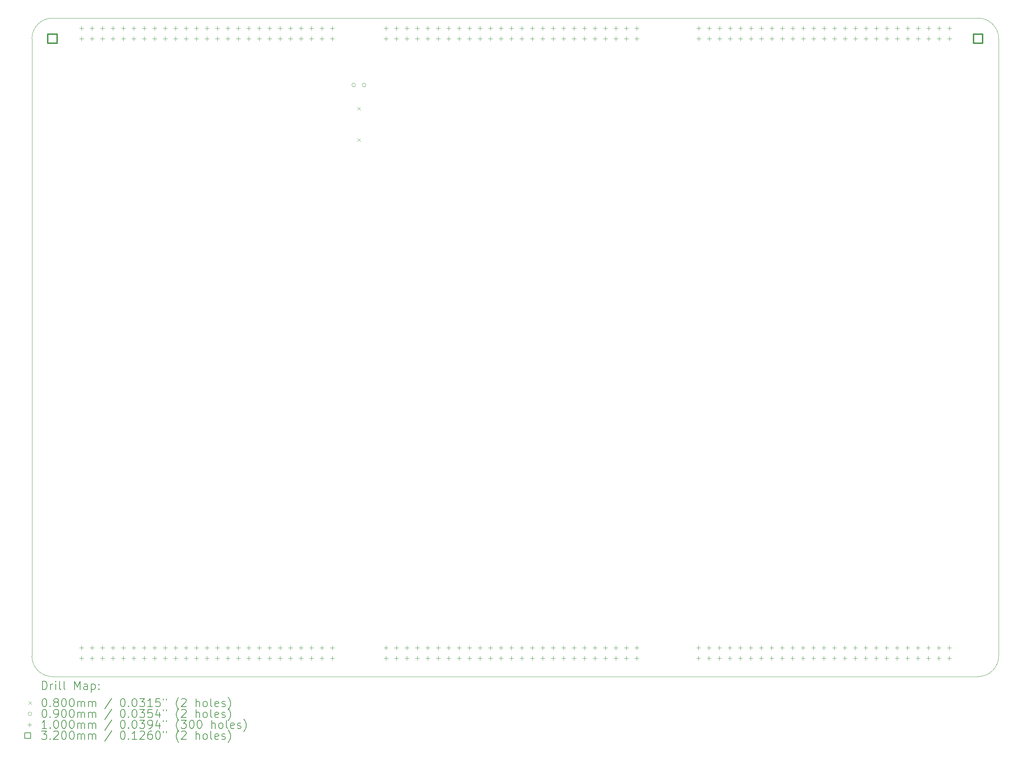
<source format=gbr>
%TF.GenerationSoftware,KiCad,Pcbnew,(6.0.11)*%
%TF.CreationDate,2023-12-23T11:48:28-05:00*%
%TF.ProjectId,input-output.BusExtender,696e7075-742d-46f7-9574-7075742e4275,rev?*%
%TF.SameCoordinates,Original*%
%TF.FileFunction,Drillmap*%
%TF.FilePolarity,Positive*%
%FSLAX45Y45*%
G04 Gerber Fmt 4.5, Leading zero omitted, Abs format (unit mm)*
G04 Created by KiCad (PCBNEW (6.0.11)) date 2023-12-23 11:48:28*
%MOMM*%
%LPD*%
G01*
G04 APERTURE LIST*
%ADD10C,0.050000*%
%ADD11C,0.200000*%
%ADD12C,0.080000*%
%ADD13C,0.090000*%
%ADD14C,0.100000*%
%ADD15C,0.320000*%
G04 APERTURE END LIST*
D10*
X3500000Y-7500000D02*
X3500000Y-22500000D01*
X4000000Y-23000000D02*
X26500000Y-23000000D01*
X27000000Y-22500000D02*
X27000000Y-7500000D01*
X26500000Y-7000000D02*
X4000000Y-7000000D01*
X27000000Y-7500000D02*
G75*
G03*
X26500000Y-7000000I-500000J0D01*
G01*
X3500000Y-22500000D02*
G75*
G03*
X4000000Y-23000000I500000J0D01*
G01*
X4000000Y-7000000D02*
G75*
G03*
X3500000Y-7500000I0J-500000D01*
G01*
X26500000Y-23000000D02*
G75*
G03*
X27000000Y-22500000I0J500000D01*
G01*
D11*
D12*
X11410000Y-9160000D02*
X11490000Y-9240000D01*
X11490000Y-9160000D02*
X11410000Y-9240000D01*
X11410000Y-9922000D02*
X11490000Y-10002000D01*
X11490000Y-9922000D02*
X11410000Y-10002000D01*
D13*
X11366000Y-8625000D02*
G75*
G03*
X11366000Y-8625000I-45000J0D01*
G01*
X11620000Y-8625000D02*
G75*
G03*
X11620000Y-8625000I-45000J0D01*
G01*
D14*
X4704000Y-7196000D02*
X4704000Y-7296000D01*
X4654000Y-7246000D02*
X4754000Y-7246000D01*
X4704000Y-7450000D02*
X4704000Y-7550000D01*
X4654000Y-7500000D02*
X4754000Y-7500000D01*
X4704000Y-22250000D02*
X4704000Y-22350000D01*
X4654000Y-22300000D02*
X4754000Y-22300000D01*
X4704000Y-22504000D02*
X4704000Y-22604000D01*
X4654000Y-22554000D02*
X4754000Y-22554000D01*
X4958000Y-7196000D02*
X4958000Y-7296000D01*
X4908000Y-7246000D02*
X5008000Y-7246000D01*
X4958000Y-7450000D02*
X4958000Y-7550000D01*
X4908000Y-7500000D02*
X5008000Y-7500000D01*
X4958000Y-22250000D02*
X4958000Y-22350000D01*
X4908000Y-22300000D02*
X5008000Y-22300000D01*
X4958000Y-22504000D02*
X4958000Y-22604000D01*
X4908000Y-22554000D02*
X5008000Y-22554000D01*
X5212000Y-7196000D02*
X5212000Y-7296000D01*
X5162000Y-7246000D02*
X5262000Y-7246000D01*
X5212000Y-7450000D02*
X5212000Y-7550000D01*
X5162000Y-7500000D02*
X5262000Y-7500000D01*
X5212000Y-22250000D02*
X5212000Y-22350000D01*
X5162000Y-22300000D02*
X5262000Y-22300000D01*
X5212000Y-22504000D02*
X5212000Y-22604000D01*
X5162000Y-22554000D02*
X5262000Y-22554000D01*
X5466000Y-7196000D02*
X5466000Y-7296000D01*
X5416000Y-7246000D02*
X5516000Y-7246000D01*
X5466000Y-7450000D02*
X5466000Y-7550000D01*
X5416000Y-7500000D02*
X5516000Y-7500000D01*
X5466000Y-22250000D02*
X5466000Y-22350000D01*
X5416000Y-22300000D02*
X5516000Y-22300000D01*
X5466000Y-22504000D02*
X5466000Y-22604000D01*
X5416000Y-22554000D02*
X5516000Y-22554000D01*
X5720000Y-7196000D02*
X5720000Y-7296000D01*
X5670000Y-7246000D02*
X5770000Y-7246000D01*
X5720000Y-7450000D02*
X5720000Y-7550000D01*
X5670000Y-7500000D02*
X5770000Y-7500000D01*
X5720000Y-22250000D02*
X5720000Y-22350000D01*
X5670000Y-22300000D02*
X5770000Y-22300000D01*
X5720000Y-22504000D02*
X5720000Y-22604000D01*
X5670000Y-22554000D02*
X5770000Y-22554000D01*
X5974000Y-7196000D02*
X5974000Y-7296000D01*
X5924000Y-7246000D02*
X6024000Y-7246000D01*
X5974000Y-7450000D02*
X5974000Y-7550000D01*
X5924000Y-7500000D02*
X6024000Y-7500000D01*
X5974000Y-22250000D02*
X5974000Y-22350000D01*
X5924000Y-22300000D02*
X6024000Y-22300000D01*
X5974000Y-22504000D02*
X5974000Y-22604000D01*
X5924000Y-22554000D02*
X6024000Y-22554000D01*
X6228000Y-7196000D02*
X6228000Y-7296000D01*
X6178000Y-7246000D02*
X6278000Y-7246000D01*
X6228000Y-7450000D02*
X6228000Y-7550000D01*
X6178000Y-7500000D02*
X6278000Y-7500000D01*
X6228000Y-22250000D02*
X6228000Y-22350000D01*
X6178000Y-22300000D02*
X6278000Y-22300000D01*
X6228000Y-22504000D02*
X6228000Y-22604000D01*
X6178000Y-22554000D02*
X6278000Y-22554000D01*
X6482000Y-7196000D02*
X6482000Y-7296000D01*
X6432000Y-7246000D02*
X6532000Y-7246000D01*
X6482000Y-7450000D02*
X6482000Y-7550000D01*
X6432000Y-7500000D02*
X6532000Y-7500000D01*
X6482000Y-22250000D02*
X6482000Y-22350000D01*
X6432000Y-22300000D02*
X6532000Y-22300000D01*
X6482000Y-22504000D02*
X6482000Y-22604000D01*
X6432000Y-22554000D02*
X6532000Y-22554000D01*
X6736000Y-7196000D02*
X6736000Y-7296000D01*
X6686000Y-7246000D02*
X6786000Y-7246000D01*
X6736000Y-7450000D02*
X6736000Y-7550000D01*
X6686000Y-7500000D02*
X6786000Y-7500000D01*
X6736000Y-22250000D02*
X6736000Y-22350000D01*
X6686000Y-22300000D02*
X6786000Y-22300000D01*
X6736000Y-22504000D02*
X6736000Y-22604000D01*
X6686000Y-22554000D02*
X6786000Y-22554000D01*
X6990000Y-7196000D02*
X6990000Y-7296000D01*
X6940000Y-7246000D02*
X7040000Y-7246000D01*
X6990000Y-7450000D02*
X6990000Y-7550000D01*
X6940000Y-7500000D02*
X7040000Y-7500000D01*
X6990000Y-22250000D02*
X6990000Y-22350000D01*
X6940000Y-22300000D02*
X7040000Y-22300000D01*
X6990000Y-22504000D02*
X6990000Y-22604000D01*
X6940000Y-22554000D02*
X7040000Y-22554000D01*
X7244000Y-7196000D02*
X7244000Y-7296000D01*
X7194000Y-7246000D02*
X7294000Y-7246000D01*
X7244000Y-7450000D02*
X7244000Y-7550000D01*
X7194000Y-7500000D02*
X7294000Y-7500000D01*
X7244000Y-22250000D02*
X7244000Y-22350000D01*
X7194000Y-22300000D02*
X7294000Y-22300000D01*
X7244000Y-22504000D02*
X7244000Y-22604000D01*
X7194000Y-22554000D02*
X7294000Y-22554000D01*
X7498000Y-7196000D02*
X7498000Y-7296000D01*
X7448000Y-7246000D02*
X7548000Y-7246000D01*
X7498000Y-7450000D02*
X7498000Y-7550000D01*
X7448000Y-7500000D02*
X7548000Y-7500000D01*
X7498000Y-22250000D02*
X7498000Y-22350000D01*
X7448000Y-22300000D02*
X7548000Y-22300000D01*
X7498000Y-22504000D02*
X7498000Y-22604000D01*
X7448000Y-22554000D02*
X7548000Y-22554000D01*
X7752000Y-7196000D02*
X7752000Y-7296000D01*
X7702000Y-7246000D02*
X7802000Y-7246000D01*
X7752000Y-7450000D02*
X7752000Y-7550000D01*
X7702000Y-7500000D02*
X7802000Y-7500000D01*
X7752000Y-22250000D02*
X7752000Y-22350000D01*
X7702000Y-22300000D02*
X7802000Y-22300000D01*
X7752000Y-22504000D02*
X7752000Y-22604000D01*
X7702000Y-22554000D02*
X7802000Y-22554000D01*
X8006000Y-7196000D02*
X8006000Y-7296000D01*
X7956000Y-7246000D02*
X8056000Y-7246000D01*
X8006000Y-7450000D02*
X8006000Y-7550000D01*
X7956000Y-7500000D02*
X8056000Y-7500000D01*
X8006000Y-22250000D02*
X8006000Y-22350000D01*
X7956000Y-22300000D02*
X8056000Y-22300000D01*
X8006000Y-22504000D02*
X8006000Y-22604000D01*
X7956000Y-22554000D02*
X8056000Y-22554000D01*
X8260000Y-7196000D02*
X8260000Y-7296000D01*
X8210000Y-7246000D02*
X8310000Y-7246000D01*
X8260000Y-7450000D02*
X8260000Y-7550000D01*
X8210000Y-7500000D02*
X8310000Y-7500000D01*
X8260000Y-22250000D02*
X8260000Y-22350000D01*
X8210000Y-22300000D02*
X8310000Y-22300000D01*
X8260000Y-22504000D02*
X8260000Y-22604000D01*
X8210000Y-22554000D02*
X8310000Y-22554000D01*
X8514000Y-7196000D02*
X8514000Y-7296000D01*
X8464000Y-7246000D02*
X8564000Y-7246000D01*
X8514000Y-7450000D02*
X8514000Y-7550000D01*
X8464000Y-7500000D02*
X8564000Y-7500000D01*
X8514000Y-22250000D02*
X8514000Y-22350000D01*
X8464000Y-22300000D02*
X8564000Y-22300000D01*
X8514000Y-22504000D02*
X8514000Y-22604000D01*
X8464000Y-22554000D02*
X8564000Y-22554000D01*
X8768000Y-7196000D02*
X8768000Y-7296000D01*
X8718000Y-7246000D02*
X8818000Y-7246000D01*
X8768000Y-7450000D02*
X8768000Y-7550000D01*
X8718000Y-7500000D02*
X8818000Y-7500000D01*
X8768000Y-22250000D02*
X8768000Y-22350000D01*
X8718000Y-22300000D02*
X8818000Y-22300000D01*
X8768000Y-22504000D02*
X8768000Y-22604000D01*
X8718000Y-22554000D02*
X8818000Y-22554000D01*
X9022000Y-7196000D02*
X9022000Y-7296000D01*
X8972000Y-7246000D02*
X9072000Y-7246000D01*
X9022000Y-7450000D02*
X9022000Y-7550000D01*
X8972000Y-7500000D02*
X9072000Y-7500000D01*
X9022000Y-22250000D02*
X9022000Y-22350000D01*
X8972000Y-22300000D02*
X9072000Y-22300000D01*
X9022000Y-22504000D02*
X9022000Y-22604000D01*
X8972000Y-22554000D02*
X9072000Y-22554000D01*
X9276000Y-7196000D02*
X9276000Y-7296000D01*
X9226000Y-7246000D02*
X9326000Y-7246000D01*
X9276000Y-7450000D02*
X9276000Y-7550000D01*
X9226000Y-7500000D02*
X9326000Y-7500000D01*
X9276000Y-22250000D02*
X9276000Y-22350000D01*
X9226000Y-22300000D02*
X9326000Y-22300000D01*
X9276000Y-22504000D02*
X9276000Y-22604000D01*
X9226000Y-22554000D02*
X9326000Y-22554000D01*
X9530000Y-7196000D02*
X9530000Y-7296000D01*
X9480000Y-7246000D02*
X9580000Y-7246000D01*
X9530000Y-7450000D02*
X9530000Y-7550000D01*
X9480000Y-7500000D02*
X9580000Y-7500000D01*
X9530000Y-22250000D02*
X9530000Y-22350000D01*
X9480000Y-22300000D02*
X9580000Y-22300000D01*
X9530000Y-22504000D02*
X9530000Y-22604000D01*
X9480000Y-22554000D02*
X9580000Y-22554000D01*
X9784000Y-7196000D02*
X9784000Y-7296000D01*
X9734000Y-7246000D02*
X9834000Y-7246000D01*
X9784000Y-7450000D02*
X9784000Y-7550000D01*
X9734000Y-7500000D02*
X9834000Y-7500000D01*
X9784000Y-22250000D02*
X9784000Y-22350000D01*
X9734000Y-22300000D02*
X9834000Y-22300000D01*
X9784000Y-22504000D02*
X9784000Y-22604000D01*
X9734000Y-22554000D02*
X9834000Y-22554000D01*
X10038000Y-7196000D02*
X10038000Y-7296000D01*
X9988000Y-7246000D02*
X10088000Y-7246000D01*
X10038000Y-7450000D02*
X10038000Y-7550000D01*
X9988000Y-7500000D02*
X10088000Y-7500000D01*
X10038000Y-22250000D02*
X10038000Y-22350000D01*
X9988000Y-22300000D02*
X10088000Y-22300000D01*
X10038000Y-22504000D02*
X10038000Y-22604000D01*
X9988000Y-22554000D02*
X10088000Y-22554000D01*
X10292000Y-7196000D02*
X10292000Y-7296000D01*
X10242000Y-7246000D02*
X10342000Y-7246000D01*
X10292000Y-7450000D02*
X10292000Y-7550000D01*
X10242000Y-7500000D02*
X10342000Y-7500000D01*
X10292000Y-22250000D02*
X10292000Y-22350000D01*
X10242000Y-22300000D02*
X10342000Y-22300000D01*
X10292000Y-22504000D02*
X10292000Y-22604000D01*
X10242000Y-22554000D02*
X10342000Y-22554000D01*
X10546000Y-7196000D02*
X10546000Y-7296000D01*
X10496000Y-7246000D02*
X10596000Y-7246000D01*
X10546000Y-7450000D02*
X10546000Y-7550000D01*
X10496000Y-7500000D02*
X10596000Y-7500000D01*
X10546000Y-22250000D02*
X10546000Y-22350000D01*
X10496000Y-22300000D02*
X10596000Y-22300000D01*
X10546000Y-22504000D02*
X10546000Y-22604000D01*
X10496000Y-22554000D02*
X10596000Y-22554000D01*
X10800000Y-7196000D02*
X10800000Y-7296000D01*
X10750000Y-7246000D02*
X10850000Y-7246000D01*
X10800000Y-7450000D02*
X10800000Y-7550000D01*
X10750000Y-7500000D02*
X10850000Y-7500000D01*
X10800000Y-22250000D02*
X10800000Y-22350000D01*
X10750000Y-22300000D02*
X10850000Y-22300000D01*
X10800000Y-22504000D02*
X10800000Y-22604000D01*
X10750000Y-22554000D02*
X10850000Y-22554000D01*
X12104000Y-7196000D02*
X12104000Y-7296000D01*
X12054000Y-7246000D02*
X12154000Y-7246000D01*
X12104000Y-7450000D02*
X12104000Y-7550000D01*
X12054000Y-7500000D02*
X12154000Y-7500000D01*
X12104000Y-22250000D02*
X12104000Y-22350000D01*
X12054000Y-22300000D02*
X12154000Y-22300000D01*
X12104000Y-22504000D02*
X12104000Y-22604000D01*
X12054000Y-22554000D02*
X12154000Y-22554000D01*
X12358000Y-7196000D02*
X12358000Y-7296000D01*
X12308000Y-7246000D02*
X12408000Y-7246000D01*
X12358000Y-7450000D02*
X12358000Y-7550000D01*
X12308000Y-7500000D02*
X12408000Y-7500000D01*
X12358000Y-22250000D02*
X12358000Y-22350000D01*
X12308000Y-22300000D02*
X12408000Y-22300000D01*
X12358000Y-22504000D02*
X12358000Y-22604000D01*
X12308000Y-22554000D02*
X12408000Y-22554000D01*
X12612000Y-7196000D02*
X12612000Y-7296000D01*
X12562000Y-7246000D02*
X12662000Y-7246000D01*
X12612000Y-7450000D02*
X12612000Y-7550000D01*
X12562000Y-7500000D02*
X12662000Y-7500000D01*
X12612000Y-22250000D02*
X12612000Y-22350000D01*
X12562000Y-22300000D02*
X12662000Y-22300000D01*
X12612000Y-22504000D02*
X12612000Y-22604000D01*
X12562000Y-22554000D02*
X12662000Y-22554000D01*
X12866000Y-7196000D02*
X12866000Y-7296000D01*
X12816000Y-7246000D02*
X12916000Y-7246000D01*
X12866000Y-7450000D02*
X12866000Y-7550000D01*
X12816000Y-7500000D02*
X12916000Y-7500000D01*
X12866000Y-22250000D02*
X12866000Y-22350000D01*
X12816000Y-22300000D02*
X12916000Y-22300000D01*
X12866000Y-22504000D02*
X12866000Y-22604000D01*
X12816000Y-22554000D02*
X12916000Y-22554000D01*
X13120000Y-7196000D02*
X13120000Y-7296000D01*
X13070000Y-7246000D02*
X13170000Y-7246000D01*
X13120000Y-7450000D02*
X13120000Y-7550000D01*
X13070000Y-7500000D02*
X13170000Y-7500000D01*
X13120000Y-22250000D02*
X13120000Y-22350000D01*
X13070000Y-22300000D02*
X13170000Y-22300000D01*
X13120000Y-22504000D02*
X13120000Y-22604000D01*
X13070000Y-22554000D02*
X13170000Y-22554000D01*
X13374000Y-7196000D02*
X13374000Y-7296000D01*
X13324000Y-7246000D02*
X13424000Y-7246000D01*
X13374000Y-7450000D02*
X13374000Y-7550000D01*
X13324000Y-7500000D02*
X13424000Y-7500000D01*
X13374000Y-22250000D02*
X13374000Y-22350000D01*
X13324000Y-22300000D02*
X13424000Y-22300000D01*
X13374000Y-22504000D02*
X13374000Y-22604000D01*
X13324000Y-22554000D02*
X13424000Y-22554000D01*
X13628000Y-7196000D02*
X13628000Y-7296000D01*
X13578000Y-7246000D02*
X13678000Y-7246000D01*
X13628000Y-7450000D02*
X13628000Y-7550000D01*
X13578000Y-7500000D02*
X13678000Y-7500000D01*
X13628000Y-22250000D02*
X13628000Y-22350000D01*
X13578000Y-22300000D02*
X13678000Y-22300000D01*
X13628000Y-22504000D02*
X13628000Y-22604000D01*
X13578000Y-22554000D02*
X13678000Y-22554000D01*
X13882000Y-7196000D02*
X13882000Y-7296000D01*
X13832000Y-7246000D02*
X13932000Y-7246000D01*
X13882000Y-7450000D02*
X13882000Y-7550000D01*
X13832000Y-7500000D02*
X13932000Y-7500000D01*
X13882000Y-22250000D02*
X13882000Y-22350000D01*
X13832000Y-22300000D02*
X13932000Y-22300000D01*
X13882000Y-22504000D02*
X13882000Y-22604000D01*
X13832000Y-22554000D02*
X13932000Y-22554000D01*
X14136000Y-7196000D02*
X14136000Y-7296000D01*
X14086000Y-7246000D02*
X14186000Y-7246000D01*
X14136000Y-7450000D02*
X14136000Y-7550000D01*
X14086000Y-7500000D02*
X14186000Y-7500000D01*
X14136000Y-22250000D02*
X14136000Y-22350000D01*
X14086000Y-22300000D02*
X14186000Y-22300000D01*
X14136000Y-22504000D02*
X14136000Y-22604000D01*
X14086000Y-22554000D02*
X14186000Y-22554000D01*
X14390000Y-7196000D02*
X14390000Y-7296000D01*
X14340000Y-7246000D02*
X14440000Y-7246000D01*
X14390000Y-7450000D02*
X14390000Y-7550000D01*
X14340000Y-7500000D02*
X14440000Y-7500000D01*
X14390000Y-22250000D02*
X14390000Y-22350000D01*
X14340000Y-22300000D02*
X14440000Y-22300000D01*
X14390000Y-22504000D02*
X14390000Y-22604000D01*
X14340000Y-22554000D02*
X14440000Y-22554000D01*
X14644000Y-7196000D02*
X14644000Y-7296000D01*
X14594000Y-7246000D02*
X14694000Y-7246000D01*
X14644000Y-7450000D02*
X14644000Y-7550000D01*
X14594000Y-7500000D02*
X14694000Y-7500000D01*
X14644000Y-22250000D02*
X14644000Y-22350000D01*
X14594000Y-22300000D02*
X14694000Y-22300000D01*
X14644000Y-22504000D02*
X14644000Y-22604000D01*
X14594000Y-22554000D02*
X14694000Y-22554000D01*
X14898000Y-7196000D02*
X14898000Y-7296000D01*
X14848000Y-7246000D02*
X14948000Y-7246000D01*
X14898000Y-7450000D02*
X14898000Y-7550000D01*
X14848000Y-7500000D02*
X14948000Y-7500000D01*
X14898000Y-22250000D02*
X14898000Y-22350000D01*
X14848000Y-22300000D02*
X14948000Y-22300000D01*
X14898000Y-22504000D02*
X14898000Y-22604000D01*
X14848000Y-22554000D02*
X14948000Y-22554000D01*
X15152000Y-7196000D02*
X15152000Y-7296000D01*
X15102000Y-7246000D02*
X15202000Y-7246000D01*
X15152000Y-7450000D02*
X15152000Y-7550000D01*
X15102000Y-7500000D02*
X15202000Y-7500000D01*
X15152000Y-22250000D02*
X15152000Y-22350000D01*
X15102000Y-22300000D02*
X15202000Y-22300000D01*
X15152000Y-22504000D02*
X15152000Y-22604000D01*
X15102000Y-22554000D02*
X15202000Y-22554000D01*
X15406000Y-7196000D02*
X15406000Y-7296000D01*
X15356000Y-7246000D02*
X15456000Y-7246000D01*
X15406000Y-7450000D02*
X15406000Y-7550000D01*
X15356000Y-7500000D02*
X15456000Y-7500000D01*
X15406000Y-22250000D02*
X15406000Y-22350000D01*
X15356000Y-22300000D02*
X15456000Y-22300000D01*
X15406000Y-22504000D02*
X15406000Y-22604000D01*
X15356000Y-22554000D02*
X15456000Y-22554000D01*
X15660000Y-7196000D02*
X15660000Y-7296000D01*
X15610000Y-7246000D02*
X15710000Y-7246000D01*
X15660000Y-7450000D02*
X15660000Y-7550000D01*
X15610000Y-7500000D02*
X15710000Y-7500000D01*
X15660000Y-22250000D02*
X15660000Y-22350000D01*
X15610000Y-22300000D02*
X15710000Y-22300000D01*
X15660000Y-22504000D02*
X15660000Y-22604000D01*
X15610000Y-22554000D02*
X15710000Y-22554000D01*
X15914000Y-7196000D02*
X15914000Y-7296000D01*
X15864000Y-7246000D02*
X15964000Y-7246000D01*
X15914000Y-7450000D02*
X15914000Y-7550000D01*
X15864000Y-7500000D02*
X15964000Y-7500000D01*
X15914000Y-22250000D02*
X15914000Y-22350000D01*
X15864000Y-22300000D02*
X15964000Y-22300000D01*
X15914000Y-22504000D02*
X15914000Y-22604000D01*
X15864000Y-22554000D02*
X15964000Y-22554000D01*
X16168000Y-7196000D02*
X16168000Y-7296000D01*
X16118000Y-7246000D02*
X16218000Y-7246000D01*
X16168000Y-7450000D02*
X16168000Y-7550000D01*
X16118000Y-7500000D02*
X16218000Y-7500000D01*
X16168000Y-22250000D02*
X16168000Y-22350000D01*
X16118000Y-22300000D02*
X16218000Y-22300000D01*
X16168000Y-22504000D02*
X16168000Y-22604000D01*
X16118000Y-22554000D02*
X16218000Y-22554000D01*
X16422000Y-7196000D02*
X16422000Y-7296000D01*
X16372000Y-7246000D02*
X16472000Y-7246000D01*
X16422000Y-7450000D02*
X16422000Y-7550000D01*
X16372000Y-7500000D02*
X16472000Y-7500000D01*
X16422000Y-22250000D02*
X16422000Y-22350000D01*
X16372000Y-22300000D02*
X16472000Y-22300000D01*
X16422000Y-22504000D02*
X16422000Y-22604000D01*
X16372000Y-22554000D02*
X16472000Y-22554000D01*
X16676000Y-7196000D02*
X16676000Y-7296000D01*
X16626000Y-7246000D02*
X16726000Y-7246000D01*
X16676000Y-7450000D02*
X16676000Y-7550000D01*
X16626000Y-7500000D02*
X16726000Y-7500000D01*
X16676000Y-22250000D02*
X16676000Y-22350000D01*
X16626000Y-22300000D02*
X16726000Y-22300000D01*
X16676000Y-22504000D02*
X16676000Y-22604000D01*
X16626000Y-22554000D02*
X16726000Y-22554000D01*
X16930000Y-7196000D02*
X16930000Y-7296000D01*
X16880000Y-7246000D02*
X16980000Y-7246000D01*
X16930000Y-7450000D02*
X16930000Y-7550000D01*
X16880000Y-7500000D02*
X16980000Y-7500000D01*
X16930000Y-22250000D02*
X16930000Y-22350000D01*
X16880000Y-22300000D02*
X16980000Y-22300000D01*
X16930000Y-22504000D02*
X16930000Y-22604000D01*
X16880000Y-22554000D02*
X16980000Y-22554000D01*
X17184000Y-7196000D02*
X17184000Y-7296000D01*
X17134000Y-7246000D02*
X17234000Y-7246000D01*
X17184000Y-7450000D02*
X17184000Y-7550000D01*
X17134000Y-7500000D02*
X17234000Y-7500000D01*
X17184000Y-22250000D02*
X17184000Y-22350000D01*
X17134000Y-22300000D02*
X17234000Y-22300000D01*
X17184000Y-22504000D02*
X17184000Y-22604000D01*
X17134000Y-22554000D02*
X17234000Y-22554000D01*
X17438000Y-7196000D02*
X17438000Y-7296000D01*
X17388000Y-7246000D02*
X17488000Y-7246000D01*
X17438000Y-7450000D02*
X17438000Y-7550000D01*
X17388000Y-7500000D02*
X17488000Y-7500000D01*
X17438000Y-22250000D02*
X17438000Y-22350000D01*
X17388000Y-22300000D02*
X17488000Y-22300000D01*
X17438000Y-22504000D02*
X17438000Y-22604000D01*
X17388000Y-22554000D02*
X17488000Y-22554000D01*
X17692000Y-7196000D02*
X17692000Y-7296000D01*
X17642000Y-7246000D02*
X17742000Y-7246000D01*
X17692000Y-7450000D02*
X17692000Y-7550000D01*
X17642000Y-7500000D02*
X17742000Y-7500000D01*
X17692000Y-22250000D02*
X17692000Y-22350000D01*
X17642000Y-22300000D02*
X17742000Y-22300000D01*
X17692000Y-22504000D02*
X17692000Y-22604000D01*
X17642000Y-22554000D02*
X17742000Y-22554000D01*
X17946000Y-7196000D02*
X17946000Y-7296000D01*
X17896000Y-7246000D02*
X17996000Y-7246000D01*
X17946000Y-7450000D02*
X17946000Y-7550000D01*
X17896000Y-7500000D02*
X17996000Y-7500000D01*
X17946000Y-22250000D02*
X17946000Y-22350000D01*
X17896000Y-22300000D02*
X17996000Y-22300000D01*
X17946000Y-22504000D02*
X17946000Y-22604000D01*
X17896000Y-22554000D02*
X17996000Y-22554000D01*
X18200000Y-7196000D02*
X18200000Y-7296000D01*
X18150000Y-7246000D02*
X18250000Y-7246000D01*
X18200000Y-7450000D02*
X18200000Y-7550000D01*
X18150000Y-7500000D02*
X18250000Y-7500000D01*
X18200000Y-22250000D02*
X18200000Y-22350000D01*
X18150000Y-22300000D02*
X18250000Y-22300000D01*
X18200000Y-22504000D02*
X18200000Y-22604000D01*
X18150000Y-22554000D02*
X18250000Y-22554000D01*
X19704000Y-22250000D02*
X19704000Y-22350000D01*
X19654000Y-22300000D02*
X19754000Y-22300000D01*
X19704000Y-22504000D02*
X19704000Y-22604000D01*
X19654000Y-22554000D02*
X19754000Y-22554000D01*
X19706000Y-7196000D02*
X19706000Y-7296000D01*
X19656000Y-7246000D02*
X19756000Y-7246000D01*
X19706000Y-7450000D02*
X19706000Y-7550000D01*
X19656000Y-7500000D02*
X19756000Y-7500000D01*
X19958000Y-22250000D02*
X19958000Y-22350000D01*
X19908000Y-22300000D02*
X20008000Y-22300000D01*
X19958000Y-22504000D02*
X19958000Y-22604000D01*
X19908000Y-22554000D02*
X20008000Y-22554000D01*
X19960000Y-7196000D02*
X19960000Y-7296000D01*
X19910000Y-7246000D02*
X20010000Y-7246000D01*
X19960000Y-7450000D02*
X19960000Y-7550000D01*
X19910000Y-7500000D02*
X20010000Y-7500000D01*
X20212000Y-22250000D02*
X20212000Y-22350000D01*
X20162000Y-22300000D02*
X20262000Y-22300000D01*
X20212000Y-22504000D02*
X20212000Y-22604000D01*
X20162000Y-22554000D02*
X20262000Y-22554000D01*
X20214000Y-7196000D02*
X20214000Y-7296000D01*
X20164000Y-7246000D02*
X20264000Y-7246000D01*
X20214000Y-7450000D02*
X20214000Y-7550000D01*
X20164000Y-7500000D02*
X20264000Y-7500000D01*
X20466000Y-22250000D02*
X20466000Y-22350000D01*
X20416000Y-22300000D02*
X20516000Y-22300000D01*
X20466000Y-22504000D02*
X20466000Y-22604000D01*
X20416000Y-22554000D02*
X20516000Y-22554000D01*
X20468000Y-7196000D02*
X20468000Y-7296000D01*
X20418000Y-7246000D02*
X20518000Y-7246000D01*
X20468000Y-7450000D02*
X20468000Y-7550000D01*
X20418000Y-7500000D02*
X20518000Y-7500000D01*
X20720000Y-22250000D02*
X20720000Y-22350000D01*
X20670000Y-22300000D02*
X20770000Y-22300000D01*
X20720000Y-22504000D02*
X20720000Y-22604000D01*
X20670000Y-22554000D02*
X20770000Y-22554000D01*
X20722000Y-7196000D02*
X20722000Y-7296000D01*
X20672000Y-7246000D02*
X20772000Y-7246000D01*
X20722000Y-7450000D02*
X20722000Y-7550000D01*
X20672000Y-7500000D02*
X20772000Y-7500000D01*
X20974000Y-22250000D02*
X20974000Y-22350000D01*
X20924000Y-22300000D02*
X21024000Y-22300000D01*
X20974000Y-22504000D02*
X20974000Y-22604000D01*
X20924000Y-22554000D02*
X21024000Y-22554000D01*
X20976000Y-7196000D02*
X20976000Y-7296000D01*
X20926000Y-7246000D02*
X21026000Y-7246000D01*
X20976000Y-7450000D02*
X20976000Y-7550000D01*
X20926000Y-7500000D02*
X21026000Y-7500000D01*
X21228000Y-22250000D02*
X21228000Y-22350000D01*
X21178000Y-22300000D02*
X21278000Y-22300000D01*
X21228000Y-22504000D02*
X21228000Y-22604000D01*
X21178000Y-22554000D02*
X21278000Y-22554000D01*
X21230000Y-7196000D02*
X21230000Y-7296000D01*
X21180000Y-7246000D02*
X21280000Y-7246000D01*
X21230000Y-7450000D02*
X21230000Y-7550000D01*
X21180000Y-7500000D02*
X21280000Y-7500000D01*
X21482000Y-22250000D02*
X21482000Y-22350000D01*
X21432000Y-22300000D02*
X21532000Y-22300000D01*
X21482000Y-22504000D02*
X21482000Y-22604000D01*
X21432000Y-22554000D02*
X21532000Y-22554000D01*
X21484000Y-7196000D02*
X21484000Y-7296000D01*
X21434000Y-7246000D02*
X21534000Y-7246000D01*
X21484000Y-7450000D02*
X21484000Y-7550000D01*
X21434000Y-7500000D02*
X21534000Y-7500000D01*
X21736000Y-22250000D02*
X21736000Y-22350000D01*
X21686000Y-22300000D02*
X21786000Y-22300000D01*
X21736000Y-22504000D02*
X21736000Y-22604000D01*
X21686000Y-22554000D02*
X21786000Y-22554000D01*
X21738000Y-7196000D02*
X21738000Y-7296000D01*
X21688000Y-7246000D02*
X21788000Y-7246000D01*
X21738000Y-7450000D02*
X21738000Y-7550000D01*
X21688000Y-7500000D02*
X21788000Y-7500000D01*
X21990000Y-22250000D02*
X21990000Y-22350000D01*
X21940000Y-22300000D02*
X22040000Y-22300000D01*
X21990000Y-22504000D02*
X21990000Y-22604000D01*
X21940000Y-22554000D02*
X22040000Y-22554000D01*
X21992000Y-7196000D02*
X21992000Y-7296000D01*
X21942000Y-7246000D02*
X22042000Y-7246000D01*
X21992000Y-7450000D02*
X21992000Y-7550000D01*
X21942000Y-7500000D02*
X22042000Y-7500000D01*
X22244000Y-22250000D02*
X22244000Y-22350000D01*
X22194000Y-22300000D02*
X22294000Y-22300000D01*
X22244000Y-22504000D02*
X22244000Y-22604000D01*
X22194000Y-22554000D02*
X22294000Y-22554000D01*
X22246000Y-7196000D02*
X22246000Y-7296000D01*
X22196000Y-7246000D02*
X22296000Y-7246000D01*
X22246000Y-7450000D02*
X22246000Y-7550000D01*
X22196000Y-7500000D02*
X22296000Y-7500000D01*
X22498000Y-22250000D02*
X22498000Y-22350000D01*
X22448000Y-22300000D02*
X22548000Y-22300000D01*
X22498000Y-22504000D02*
X22498000Y-22604000D01*
X22448000Y-22554000D02*
X22548000Y-22554000D01*
X22500000Y-7196000D02*
X22500000Y-7296000D01*
X22450000Y-7246000D02*
X22550000Y-7246000D01*
X22500000Y-7450000D02*
X22500000Y-7550000D01*
X22450000Y-7500000D02*
X22550000Y-7500000D01*
X22752000Y-22250000D02*
X22752000Y-22350000D01*
X22702000Y-22300000D02*
X22802000Y-22300000D01*
X22752000Y-22504000D02*
X22752000Y-22604000D01*
X22702000Y-22554000D02*
X22802000Y-22554000D01*
X22754000Y-7196000D02*
X22754000Y-7296000D01*
X22704000Y-7246000D02*
X22804000Y-7246000D01*
X22754000Y-7450000D02*
X22754000Y-7550000D01*
X22704000Y-7500000D02*
X22804000Y-7500000D01*
X23006000Y-22250000D02*
X23006000Y-22350000D01*
X22956000Y-22300000D02*
X23056000Y-22300000D01*
X23006000Y-22504000D02*
X23006000Y-22604000D01*
X22956000Y-22554000D02*
X23056000Y-22554000D01*
X23008000Y-7196000D02*
X23008000Y-7296000D01*
X22958000Y-7246000D02*
X23058000Y-7246000D01*
X23008000Y-7450000D02*
X23008000Y-7550000D01*
X22958000Y-7500000D02*
X23058000Y-7500000D01*
X23260000Y-22250000D02*
X23260000Y-22350000D01*
X23210000Y-22300000D02*
X23310000Y-22300000D01*
X23260000Y-22504000D02*
X23260000Y-22604000D01*
X23210000Y-22554000D02*
X23310000Y-22554000D01*
X23262000Y-7196000D02*
X23262000Y-7296000D01*
X23212000Y-7246000D02*
X23312000Y-7246000D01*
X23262000Y-7450000D02*
X23262000Y-7550000D01*
X23212000Y-7500000D02*
X23312000Y-7500000D01*
X23514000Y-22250000D02*
X23514000Y-22350000D01*
X23464000Y-22300000D02*
X23564000Y-22300000D01*
X23514000Y-22504000D02*
X23514000Y-22604000D01*
X23464000Y-22554000D02*
X23564000Y-22554000D01*
X23516000Y-7196000D02*
X23516000Y-7296000D01*
X23466000Y-7246000D02*
X23566000Y-7246000D01*
X23516000Y-7450000D02*
X23516000Y-7550000D01*
X23466000Y-7500000D02*
X23566000Y-7500000D01*
X23768000Y-22250000D02*
X23768000Y-22350000D01*
X23718000Y-22300000D02*
X23818000Y-22300000D01*
X23768000Y-22504000D02*
X23768000Y-22604000D01*
X23718000Y-22554000D02*
X23818000Y-22554000D01*
X23770000Y-7196000D02*
X23770000Y-7296000D01*
X23720000Y-7246000D02*
X23820000Y-7246000D01*
X23770000Y-7450000D02*
X23770000Y-7550000D01*
X23720000Y-7500000D02*
X23820000Y-7500000D01*
X24022000Y-22250000D02*
X24022000Y-22350000D01*
X23972000Y-22300000D02*
X24072000Y-22300000D01*
X24022000Y-22504000D02*
X24022000Y-22604000D01*
X23972000Y-22554000D02*
X24072000Y-22554000D01*
X24024000Y-7196000D02*
X24024000Y-7296000D01*
X23974000Y-7246000D02*
X24074000Y-7246000D01*
X24024000Y-7450000D02*
X24024000Y-7550000D01*
X23974000Y-7500000D02*
X24074000Y-7500000D01*
X24276000Y-22250000D02*
X24276000Y-22350000D01*
X24226000Y-22300000D02*
X24326000Y-22300000D01*
X24276000Y-22504000D02*
X24276000Y-22604000D01*
X24226000Y-22554000D02*
X24326000Y-22554000D01*
X24278000Y-7196000D02*
X24278000Y-7296000D01*
X24228000Y-7246000D02*
X24328000Y-7246000D01*
X24278000Y-7450000D02*
X24278000Y-7550000D01*
X24228000Y-7500000D02*
X24328000Y-7500000D01*
X24530000Y-22250000D02*
X24530000Y-22350000D01*
X24480000Y-22300000D02*
X24580000Y-22300000D01*
X24530000Y-22504000D02*
X24530000Y-22604000D01*
X24480000Y-22554000D02*
X24580000Y-22554000D01*
X24532000Y-7196000D02*
X24532000Y-7296000D01*
X24482000Y-7246000D02*
X24582000Y-7246000D01*
X24532000Y-7450000D02*
X24532000Y-7550000D01*
X24482000Y-7500000D02*
X24582000Y-7500000D01*
X24784000Y-22250000D02*
X24784000Y-22350000D01*
X24734000Y-22300000D02*
X24834000Y-22300000D01*
X24784000Y-22504000D02*
X24784000Y-22604000D01*
X24734000Y-22554000D02*
X24834000Y-22554000D01*
X24786000Y-7196000D02*
X24786000Y-7296000D01*
X24736000Y-7246000D02*
X24836000Y-7246000D01*
X24786000Y-7450000D02*
X24786000Y-7550000D01*
X24736000Y-7500000D02*
X24836000Y-7500000D01*
X25038000Y-22250000D02*
X25038000Y-22350000D01*
X24988000Y-22300000D02*
X25088000Y-22300000D01*
X25038000Y-22504000D02*
X25038000Y-22604000D01*
X24988000Y-22554000D02*
X25088000Y-22554000D01*
X25040000Y-7196000D02*
X25040000Y-7296000D01*
X24990000Y-7246000D02*
X25090000Y-7246000D01*
X25040000Y-7450000D02*
X25040000Y-7550000D01*
X24990000Y-7500000D02*
X25090000Y-7500000D01*
X25292000Y-22250000D02*
X25292000Y-22350000D01*
X25242000Y-22300000D02*
X25342000Y-22300000D01*
X25292000Y-22504000D02*
X25292000Y-22604000D01*
X25242000Y-22554000D02*
X25342000Y-22554000D01*
X25294000Y-7196000D02*
X25294000Y-7296000D01*
X25244000Y-7246000D02*
X25344000Y-7246000D01*
X25294000Y-7450000D02*
X25294000Y-7550000D01*
X25244000Y-7500000D02*
X25344000Y-7500000D01*
X25546000Y-22250000D02*
X25546000Y-22350000D01*
X25496000Y-22300000D02*
X25596000Y-22300000D01*
X25546000Y-22504000D02*
X25546000Y-22604000D01*
X25496000Y-22554000D02*
X25596000Y-22554000D01*
X25548000Y-7196000D02*
X25548000Y-7296000D01*
X25498000Y-7246000D02*
X25598000Y-7246000D01*
X25548000Y-7450000D02*
X25548000Y-7550000D01*
X25498000Y-7500000D02*
X25598000Y-7500000D01*
X25800000Y-22250000D02*
X25800000Y-22350000D01*
X25750000Y-22300000D02*
X25850000Y-22300000D01*
X25800000Y-22504000D02*
X25800000Y-22604000D01*
X25750000Y-22554000D02*
X25850000Y-22554000D01*
X25802000Y-7196000D02*
X25802000Y-7296000D01*
X25752000Y-7246000D02*
X25852000Y-7246000D01*
X25802000Y-7450000D02*
X25802000Y-7550000D01*
X25752000Y-7500000D02*
X25852000Y-7500000D01*
D15*
X4113138Y-7613138D02*
X4113138Y-7386862D01*
X3886862Y-7386862D01*
X3886862Y-7613138D01*
X4113138Y-7613138D01*
X26613138Y-7613138D02*
X26613138Y-7386862D01*
X26386862Y-7386862D01*
X26386862Y-7613138D01*
X26613138Y-7613138D01*
D11*
X3755119Y-23312976D02*
X3755119Y-23112976D01*
X3802738Y-23112976D01*
X3831309Y-23122500D01*
X3850357Y-23141548D01*
X3859881Y-23160595D01*
X3869405Y-23198690D01*
X3869405Y-23227262D01*
X3859881Y-23265357D01*
X3850357Y-23284405D01*
X3831309Y-23303452D01*
X3802738Y-23312976D01*
X3755119Y-23312976D01*
X3955119Y-23312976D02*
X3955119Y-23179643D01*
X3955119Y-23217738D02*
X3964643Y-23198690D01*
X3974167Y-23189167D01*
X3993214Y-23179643D01*
X4012262Y-23179643D01*
X4078928Y-23312976D02*
X4078928Y-23179643D01*
X4078928Y-23112976D02*
X4069405Y-23122500D01*
X4078928Y-23132024D01*
X4088452Y-23122500D01*
X4078928Y-23112976D01*
X4078928Y-23132024D01*
X4202738Y-23312976D02*
X4183690Y-23303452D01*
X4174167Y-23284405D01*
X4174167Y-23112976D01*
X4307500Y-23312976D02*
X4288452Y-23303452D01*
X4278929Y-23284405D01*
X4278929Y-23112976D01*
X4536071Y-23312976D02*
X4536071Y-23112976D01*
X4602738Y-23255833D01*
X4669405Y-23112976D01*
X4669405Y-23312976D01*
X4850357Y-23312976D02*
X4850357Y-23208214D01*
X4840833Y-23189167D01*
X4821786Y-23179643D01*
X4783690Y-23179643D01*
X4764643Y-23189167D01*
X4850357Y-23303452D02*
X4831310Y-23312976D01*
X4783690Y-23312976D01*
X4764643Y-23303452D01*
X4755119Y-23284405D01*
X4755119Y-23265357D01*
X4764643Y-23246309D01*
X4783690Y-23236786D01*
X4831310Y-23236786D01*
X4850357Y-23227262D01*
X4945595Y-23179643D02*
X4945595Y-23379643D01*
X4945595Y-23189167D02*
X4964643Y-23179643D01*
X5002738Y-23179643D01*
X5021786Y-23189167D01*
X5031310Y-23198690D01*
X5040833Y-23217738D01*
X5040833Y-23274881D01*
X5031310Y-23293928D01*
X5021786Y-23303452D01*
X5002738Y-23312976D01*
X4964643Y-23312976D01*
X4945595Y-23303452D01*
X5126548Y-23293928D02*
X5136071Y-23303452D01*
X5126548Y-23312976D01*
X5117024Y-23303452D01*
X5126548Y-23293928D01*
X5126548Y-23312976D01*
X5126548Y-23189167D02*
X5136071Y-23198690D01*
X5126548Y-23208214D01*
X5117024Y-23198690D01*
X5126548Y-23189167D01*
X5126548Y-23208214D01*
D12*
X3417500Y-23602500D02*
X3497500Y-23682500D01*
X3497500Y-23602500D02*
X3417500Y-23682500D01*
D11*
X3793214Y-23532976D02*
X3812262Y-23532976D01*
X3831309Y-23542500D01*
X3840833Y-23552024D01*
X3850357Y-23571071D01*
X3859881Y-23609167D01*
X3859881Y-23656786D01*
X3850357Y-23694881D01*
X3840833Y-23713928D01*
X3831309Y-23723452D01*
X3812262Y-23732976D01*
X3793214Y-23732976D01*
X3774167Y-23723452D01*
X3764643Y-23713928D01*
X3755119Y-23694881D01*
X3745595Y-23656786D01*
X3745595Y-23609167D01*
X3755119Y-23571071D01*
X3764643Y-23552024D01*
X3774167Y-23542500D01*
X3793214Y-23532976D01*
X3945595Y-23713928D02*
X3955119Y-23723452D01*
X3945595Y-23732976D01*
X3936071Y-23723452D01*
X3945595Y-23713928D01*
X3945595Y-23732976D01*
X4069405Y-23618690D02*
X4050357Y-23609167D01*
X4040833Y-23599643D01*
X4031309Y-23580595D01*
X4031309Y-23571071D01*
X4040833Y-23552024D01*
X4050357Y-23542500D01*
X4069405Y-23532976D01*
X4107500Y-23532976D01*
X4126548Y-23542500D01*
X4136071Y-23552024D01*
X4145595Y-23571071D01*
X4145595Y-23580595D01*
X4136071Y-23599643D01*
X4126548Y-23609167D01*
X4107500Y-23618690D01*
X4069405Y-23618690D01*
X4050357Y-23628214D01*
X4040833Y-23637738D01*
X4031309Y-23656786D01*
X4031309Y-23694881D01*
X4040833Y-23713928D01*
X4050357Y-23723452D01*
X4069405Y-23732976D01*
X4107500Y-23732976D01*
X4126548Y-23723452D01*
X4136071Y-23713928D01*
X4145595Y-23694881D01*
X4145595Y-23656786D01*
X4136071Y-23637738D01*
X4126548Y-23628214D01*
X4107500Y-23618690D01*
X4269405Y-23532976D02*
X4288452Y-23532976D01*
X4307500Y-23542500D01*
X4317024Y-23552024D01*
X4326548Y-23571071D01*
X4336071Y-23609167D01*
X4336071Y-23656786D01*
X4326548Y-23694881D01*
X4317024Y-23713928D01*
X4307500Y-23723452D01*
X4288452Y-23732976D01*
X4269405Y-23732976D01*
X4250357Y-23723452D01*
X4240833Y-23713928D01*
X4231310Y-23694881D01*
X4221786Y-23656786D01*
X4221786Y-23609167D01*
X4231310Y-23571071D01*
X4240833Y-23552024D01*
X4250357Y-23542500D01*
X4269405Y-23532976D01*
X4459881Y-23532976D02*
X4478929Y-23532976D01*
X4497976Y-23542500D01*
X4507500Y-23552024D01*
X4517024Y-23571071D01*
X4526548Y-23609167D01*
X4526548Y-23656786D01*
X4517024Y-23694881D01*
X4507500Y-23713928D01*
X4497976Y-23723452D01*
X4478929Y-23732976D01*
X4459881Y-23732976D01*
X4440833Y-23723452D01*
X4431310Y-23713928D01*
X4421786Y-23694881D01*
X4412262Y-23656786D01*
X4412262Y-23609167D01*
X4421786Y-23571071D01*
X4431310Y-23552024D01*
X4440833Y-23542500D01*
X4459881Y-23532976D01*
X4612262Y-23732976D02*
X4612262Y-23599643D01*
X4612262Y-23618690D02*
X4621786Y-23609167D01*
X4640833Y-23599643D01*
X4669405Y-23599643D01*
X4688452Y-23609167D01*
X4697976Y-23628214D01*
X4697976Y-23732976D01*
X4697976Y-23628214D02*
X4707500Y-23609167D01*
X4726548Y-23599643D01*
X4755119Y-23599643D01*
X4774167Y-23609167D01*
X4783690Y-23628214D01*
X4783690Y-23732976D01*
X4878929Y-23732976D02*
X4878929Y-23599643D01*
X4878929Y-23618690D02*
X4888452Y-23609167D01*
X4907500Y-23599643D01*
X4936071Y-23599643D01*
X4955119Y-23609167D01*
X4964643Y-23628214D01*
X4964643Y-23732976D01*
X4964643Y-23628214D02*
X4974167Y-23609167D01*
X4993214Y-23599643D01*
X5021786Y-23599643D01*
X5040833Y-23609167D01*
X5050357Y-23628214D01*
X5050357Y-23732976D01*
X5440833Y-23523452D02*
X5269405Y-23780595D01*
X5697976Y-23532976D02*
X5717024Y-23532976D01*
X5736071Y-23542500D01*
X5745595Y-23552024D01*
X5755119Y-23571071D01*
X5764643Y-23609167D01*
X5764643Y-23656786D01*
X5755119Y-23694881D01*
X5745595Y-23713928D01*
X5736071Y-23723452D01*
X5717024Y-23732976D01*
X5697976Y-23732976D01*
X5678928Y-23723452D01*
X5669405Y-23713928D01*
X5659881Y-23694881D01*
X5650357Y-23656786D01*
X5650357Y-23609167D01*
X5659881Y-23571071D01*
X5669405Y-23552024D01*
X5678928Y-23542500D01*
X5697976Y-23532976D01*
X5850357Y-23713928D02*
X5859881Y-23723452D01*
X5850357Y-23732976D01*
X5840833Y-23723452D01*
X5850357Y-23713928D01*
X5850357Y-23732976D01*
X5983690Y-23532976D02*
X6002738Y-23532976D01*
X6021786Y-23542500D01*
X6031309Y-23552024D01*
X6040833Y-23571071D01*
X6050357Y-23609167D01*
X6050357Y-23656786D01*
X6040833Y-23694881D01*
X6031309Y-23713928D01*
X6021786Y-23723452D01*
X6002738Y-23732976D01*
X5983690Y-23732976D01*
X5964643Y-23723452D01*
X5955119Y-23713928D01*
X5945595Y-23694881D01*
X5936071Y-23656786D01*
X5936071Y-23609167D01*
X5945595Y-23571071D01*
X5955119Y-23552024D01*
X5964643Y-23542500D01*
X5983690Y-23532976D01*
X6117024Y-23532976D02*
X6240833Y-23532976D01*
X6174167Y-23609167D01*
X6202738Y-23609167D01*
X6221786Y-23618690D01*
X6231309Y-23628214D01*
X6240833Y-23647262D01*
X6240833Y-23694881D01*
X6231309Y-23713928D01*
X6221786Y-23723452D01*
X6202738Y-23732976D01*
X6145595Y-23732976D01*
X6126548Y-23723452D01*
X6117024Y-23713928D01*
X6431309Y-23732976D02*
X6317024Y-23732976D01*
X6374167Y-23732976D02*
X6374167Y-23532976D01*
X6355119Y-23561548D01*
X6336071Y-23580595D01*
X6317024Y-23590119D01*
X6612262Y-23532976D02*
X6517024Y-23532976D01*
X6507500Y-23628214D01*
X6517024Y-23618690D01*
X6536071Y-23609167D01*
X6583690Y-23609167D01*
X6602738Y-23618690D01*
X6612262Y-23628214D01*
X6621786Y-23647262D01*
X6621786Y-23694881D01*
X6612262Y-23713928D01*
X6602738Y-23723452D01*
X6583690Y-23732976D01*
X6536071Y-23732976D01*
X6517024Y-23723452D01*
X6507500Y-23713928D01*
X6697976Y-23532976D02*
X6697976Y-23571071D01*
X6774167Y-23532976D02*
X6774167Y-23571071D01*
X7069405Y-23809167D02*
X7059881Y-23799643D01*
X7040833Y-23771071D01*
X7031309Y-23752024D01*
X7021786Y-23723452D01*
X7012262Y-23675833D01*
X7012262Y-23637738D01*
X7021786Y-23590119D01*
X7031309Y-23561548D01*
X7040833Y-23542500D01*
X7059881Y-23513928D01*
X7069405Y-23504405D01*
X7136071Y-23552024D02*
X7145595Y-23542500D01*
X7164643Y-23532976D01*
X7212262Y-23532976D01*
X7231309Y-23542500D01*
X7240833Y-23552024D01*
X7250357Y-23571071D01*
X7250357Y-23590119D01*
X7240833Y-23618690D01*
X7126548Y-23732976D01*
X7250357Y-23732976D01*
X7488452Y-23732976D02*
X7488452Y-23532976D01*
X7574167Y-23732976D02*
X7574167Y-23628214D01*
X7564643Y-23609167D01*
X7545595Y-23599643D01*
X7517024Y-23599643D01*
X7497976Y-23609167D01*
X7488452Y-23618690D01*
X7697976Y-23732976D02*
X7678928Y-23723452D01*
X7669405Y-23713928D01*
X7659881Y-23694881D01*
X7659881Y-23637738D01*
X7669405Y-23618690D01*
X7678928Y-23609167D01*
X7697976Y-23599643D01*
X7726548Y-23599643D01*
X7745595Y-23609167D01*
X7755119Y-23618690D01*
X7764643Y-23637738D01*
X7764643Y-23694881D01*
X7755119Y-23713928D01*
X7745595Y-23723452D01*
X7726548Y-23732976D01*
X7697976Y-23732976D01*
X7878928Y-23732976D02*
X7859881Y-23723452D01*
X7850357Y-23704405D01*
X7850357Y-23532976D01*
X8031309Y-23723452D02*
X8012262Y-23732976D01*
X7974167Y-23732976D01*
X7955119Y-23723452D01*
X7945595Y-23704405D01*
X7945595Y-23628214D01*
X7955119Y-23609167D01*
X7974167Y-23599643D01*
X8012262Y-23599643D01*
X8031309Y-23609167D01*
X8040833Y-23628214D01*
X8040833Y-23647262D01*
X7945595Y-23666309D01*
X8117024Y-23723452D02*
X8136071Y-23732976D01*
X8174167Y-23732976D01*
X8193214Y-23723452D01*
X8202738Y-23704405D01*
X8202738Y-23694881D01*
X8193214Y-23675833D01*
X8174167Y-23666309D01*
X8145595Y-23666309D01*
X8126548Y-23656786D01*
X8117024Y-23637738D01*
X8117024Y-23628214D01*
X8126548Y-23609167D01*
X8145595Y-23599643D01*
X8174167Y-23599643D01*
X8193214Y-23609167D01*
X8269405Y-23809167D02*
X8278928Y-23799643D01*
X8297976Y-23771071D01*
X8307500Y-23752024D01*
X8317024Y-23723452D01*
X8326548Y-23675833D01*
X8326548Y-23637738D01*
X8317024Y-23590119D01*
X8307500Y-23561548D01*
X8297976Y-23542500D01*
X8278928Y-23513928D01*
X8269405Y-23504405D01*
D13*
X3497500Y-23906500D02*
G75*
G03*
X3497500Y-23906500I-45000J0D01*
G01*
D11*
X3793214Y-23796976D02*
X3812262Y-23796976D01*
X3831309Y-23806500D01*
X3840833Y-23816024D01*
X3850357Y-23835071D01*
X3859881Y-23873167D01*
X3859881Y-23920786D01*
X3850357Y-23958881D01*
X3840833Y-23977928D01*
X3831309Y-23987452D01*
X3812262Y-23996976D01*
X3793214Y-23996976D01*
X3774167Y-23987452D01*
X3764643Y-23977928D01*
X3755119Y-23958881D01*
X3745595Y-23920786D01*
X3745595Y-23873167D01*
X3755119Y-23835071D01*
X3764643Y-23816024D01*
X3774167Y-23806500D01*
X3793214Y-23796976D01*
X3945595Y-23977928D02*
X3955119Y-23987452D01*
X3945595Y-23996976D01*
X3936071Y-23987452D01*
X3945595Y-23977928D01*
X3945595Y-23996976D01*
X4050357Y-23996976D02*
X4088452Y-23996976D01*
X4107500Y-23987452D01*
X4117024Y-23977928D01*
X4136071Y-23949357D01*
X4145595Y-23911262D01*
X4145595Y-23835071D01*
X4136071Y-23816024D01*
X4126548Y-23806500D01*
X4107500Y-23796976D01*
X4069405Y-23796976D01*
X4050357Y-23806500D01*
X4040833Y-23816024D01*
X4031309Y-23835071D01*
X4031309Y-23882690D01*
X4040833Y-23901738D01*
X4050357Y-23911262D01*
X4069405Y-23920786D01*
X4107500Y-23920786D01*
X4126548Y-23911262D01*
X4136071Y-23901738D01*
X4145595Y-23882690D01*
X4269405Y-23796976D02*
X4288452Y-23796976D01*
X4307500Y-23806500D01*
X4317024Y-23816024D01*
X4326548Y-23835071D01*
X4336071Y-23873167D01*
X4336071Y-23920786D01*
X4326548Y-23958881D01*
X4317024Y-23977928D01*
X4307500Y-23987452D01*
X4288452Y-23996976D01*
X4269405Y-23996976D01*
X4250357Y-23987452D01*
X4240833Y-23977928D01*
X4231310Y-23958881D01*
X4221786Y-23920786D01*
X4221786Y-23873167D01*
X4231310Y-23835071D01*
X4240833Y-23816024D01*
X4250357Y-23806500D01*
X4269405Y-23796976D01*
X4459881Y-23796976D02*
X4478929Y-23796976D01*
X4497976Y-23806500D01*
X4507500Y-23816024D01*
X4517024Y-23835071D01*
X4526548Y-23873167D01*
X4526548Y-23920786D01*
X4517024Y-23958881D01*
X4507500Y-23977928D01*
X4497976Y-23987452D01*
X4478929Y-23996976D01*
X4459881Y-23996976D01*
X4440833Y-23987452D01*
X4431310Y-23977928D01*
X4421786Y-23958881D01*
X4412262Y-23920786D01*
X4412262Y-23873167D01*
X4421786Y-23835071D01*
X4431310Y-23816024D01*
X4440833Y-23806500D01*
X4459881Y-23796976D01*
X4612262Y-23996976D02*
X4612262Y-23863643D01*
X4612262Y-23882690D02*
X4621786Y-23873167D01*
X4640833Y-23863643D01*
X4669405Y-23863643D01*
X4688452Y-23873167D01*
X4697976Y-23892214D01*
X4697976Y-23996976D01*
X4697976Y-23892214D02*
X4707500Y-23873167D01*
X4726548Y-23863643D01*
X4755119Y-23863643D01*
X4774167Y-23873167D01*
X4783690Y-23892214D01*
X4783690Y-23996976D01*
X4878929Y-23996976D02*
X4878929Y-23863643D01*
X4878929Y-23882690D02*
X4888452Y-23873167D01*
X4907500Y-23863643D01*
X4936071Y-23863643D01*
X4955119Y-23873167D01*
X4964643Y-23892214D01*
X4964643Y-23996976D01*
X4964643Y-23892214D02*
X4974167Y-23873167D01*
X4993214Y-23863643D01*
X5021786Y-23863643D01*
X5040833Y-23873167D01*
X5050357Y-23892214D01*
X5050357Y-23996976D01*
X5440833Y-23787452D02*
X5269405Y-24044595D01*
X5697976Y-23796976D02*
X5717024Y-23796976D01*
X5736071Y-23806500D01*
X5745595Y-23816024D01*
X5755119Y-23835071D01*
X5764643Y-23873167D01*
X5764643Y-23920786D01*
X5755119Y-23958881D01*
X5745595Y-23977928D01*
X5736071Y-23987452D01*
X5717024Y-23996976D01*
X5697976Y-23996976D01*
X5678928Y-23987452D01*
X5669405Y-23977928D01*
X5659881Y-23958881D01*
X5650357Y-23920786D01*
X5650357Y-23873167D01*
X5659881Y-23835071D01*
X5669405Y-23816024D01*
X5678928Y-23806500D01*
X5697976Y-23796976D01*
X5850357Y-23977928D02*
X5859881Y-23987452D01*
X5850357Y-23996976D01*
X5840833Y-23987452D01*
X5850357Y-23977928D01*
X5850357Y-23996976D01*
X5983690Y-23796976D02*
X6002738Y-23796976D01*
X6021786Y-23806500D01*
X6031309Y-23816024D01*
X6040833Y-23835071D01*
X6050357Y-23873167D01*
X6050357Y-23920786D01*
X6040833Y-23958881D01*
X6031309Y-23977928D01*
X6021786Y-23987452D01*
X6002738Y-23996976D01*
X5983690Y-23996976D01*
X5964643Y-23987452D01*
X5955119Y-23977928D01*
X5945595Y-23958881D01*
X5936071Y-23920786D01*
X5936071Y-23873167D01*
X5945595Y-23835071D01*
X5955119Y-23816024D01*
X5964643Y-23806500D01*
X5983690Y-23796976D01*
X6117024Y-23796976D02*
X6240833Y-23796976D01*
X6174167Y-23873167D01*
X6202738Y-23873167D01*
X6221786Y-23882690D01*
X6231309Y-23892214D01*
X6240833Y-23911262D01*
X6240833Y-23958881D01*
X6231309Y-23977928D01*
X6221786Y-23987452D01*
X6202738Y-23996976D01*
X6145595Y-23996976D01*
X6126548Y-23987452D01*
X6117024Y-23977928D01*
X6421786Y-23796976D02*
X6326548Y-23796976D01*
X6317024Y-23892214D01*
X6326548Y-23882690D01*
X6345595Y-23873167D01*
X6393214Y-23873167D01*
X6412262Y-23882690D01*
X6421786Y-23892214D01*
X6431309Y-23911262D01*
X6431309Y-23958881D01*
X6421786Y-23977928D01*
X6412262Y-23987452D01*
X6393214Y-23996976D01*
X6345595Y-23996976D01*
X6326548Y-23987452D01*
X6317024Y-23977928D01*
X6602738Y-23863643D02*
X6602738Y-23996976D01*
X6555119Y-23787452D02*
X6507500Y-23930309D01*
X6631309Y-23930309D01*
X6697976Y-23796976D02*
X6697976Y-23835071D01*
X6774167Y-23796976D02*
X6774167Y-23835071D01*
X7069405Y-24073167D02*
X7059881Y-24063643D01*
X7040833Y-24035071D01*
X7031309Y-24016024D01*
X7021786Y-23987452D01*
X7012262Y-23939833D01*
X7012262Y-23901738D01*
X7021786Y-23854119D01*
X7031309Y-23825548D01*
X7040833Y-23806500D01*
X7059881Y-23777928D01*
X7069405Y-23768405D01*
X7136071Y-23816024D02*
X7145595Y-23806500D01*
X7164643Y-23796976D01*
X7212262Y-23796976D01*
X7231309Y-23806500D01*
X7240833Y-23816024D01*
X7250357Y-23835071D01*
X7250357Y-23854119D01*
X7240833Y-23882690D01*
X7126548Y-23996976D01*
X7250357Y-23996976D01*
X7488452Y-23996976D02*
X7488452Y-23796976D01*
X7574167Y-23996976D02*
X7574167Y-23892214D01*
X7564643Y-23873167D01*
X7545595Y-23863643D01*
X7517024Y-23863643D01*
X7497976Y-23873167D01*
X7488452Y-23882690D01*
X7697976Y-23996976D02*
X7678928Y-23987452D01*
X7669405Y-23977928D01*
X7659881Y-23958881D01*
X7659881Y-23901738D01*
X7669405Y-23882690D01*
X7678928Y-23873167D01*
X7697976Y-23863643D01*
X7726548Y-23863643D01*
X7745595Y-23873167D01*
X7755119Y-23882690D01*
X7764643Y-23901738D01*
X7764643Y-23958881D01*
X7755119Y-23977928D01*
X7745595Y-23987452D01*
X7726548Y-23996976D01*
X7697976Y-23996976D01*
X7878928Y-23996976D02*
X7859881Y-23987452D01*
X7850357Y-23968405D01*
X7850357Y-23796976D01*
X8031309Y-23987452D02*
X8012262Y-23996976D01*
X7974167Y-23996976D01*
X7955119Y-23987452D01*
X7945595Y-23968405D01*
X7945595Y-23892214D01*
X7955119Y-23873167D01*
X7974167Y-23863643D01*
X8012262Y-23863643D01*
X8031309Y-23873167D01*
X8040833Y-23892214D01*
X8040833Y-23911262D01*
X7945595Y-23930309D01*
X8117024Y-23987452D02*
X8136071Y-23996976D01*
X8174167Y-23996976D01*
X8193214Y-23987452D01*
X8202738Y-23968405D01*
X8202738Y-23958881D01*
X8193214Y-23939833D01*
X8174167Y-23930309D01*
X8145595Y-23930309D01*
X8126548Y-23920786D01*
X8117024Y-23901738D01*
X8117024Y-23892214D01*
X8126548Y-23873167D01*
X8145595Y-23863643D01*
X8174167Y-23863643D01*
X8193214Y-23873167D01*
X8269405Y-24073167D02*
X8278928Y-24063643D01*
X8297976Y-24035071D01*
X8307500Y-24016024D01*
X8317024Y-23987452D01*
X8326548Y-23939833D01*
X8326548Y-23901738D01*
X8317024Y-23854119D01*
X8307500Y-23825548D01*
X8297976Y-23806500D01*
X8278928Y-23777928D01*
X8269405Y-23768405D01*
D14*
X3447500Y-24120500D02*
X3447500Y-24220500D01*
X3397500Y-24170500D02*
X3497500Y-24170500D01*
D11*
X3859881Y-24260976D02*
X3745595Y-24260976D01*
X3802738Y-24260976D02*
X3802738Y-24060976D01*
X3783690Y-24089548D01*
X3764643Y-24108595D01*
X3745595Y-24118119D01*
X3945595Y-24241928D02*
X3955119Y-24251452D01*
X3945595Y-24260976D01*
X3936071Y-24251452D01*
X3945595Y-24241928D01*
X3945595Y-24260976D01*
X4078928Y-24060976D02*
X4097976Y-24060976D01*
X4117024Y-24070500D01*
X4126548Y-24080024D01*
X4136071Y-24099071D01*
X4145595Y-24137167D01*
X4145595Y-24184786D01*
X4136071Y-24222881D01*
X4126548Y-24241928D01*
X4117024Y-24251452D01*
X4097976Y-24260976D01*
X4078928Y-24260976D01*
X4059881Y-24251452D01*
X4050357Y-24241928D01*
X4040833Y-24222881D01*
X4031309Y-24184786D01*
X4031309Y-24137167D01*
X4040833Y-24099071D01*
X4050357Y-24080024D01*
X4059881Y-24070500D01*
X4078928Y-24060976D01*
X4269405Y-24060976D02*
X4288452Y-24060976D01*
X4307500Y-24070500D01*
X4317024Y-24080024D01*
X4326548Y-24099071D01*
X4336071Y-24137167D01*
X4336071Y-24184786D01*
X4326548Y-24222881D01*
X4317024Y-24241928D01*
X4307500Y-24251452D01*
X4288452Y-24260976D01*
X4269405Y-24260976D01*
X4250357Y-24251452D01*
X4240833Y-24241928D01*
X4231310Y-24222881D01*
X4221786Y-24184786D01*
X4221786Y-24137167D01*
X4231310Y-24099071D01*
X4240833Y-24080024D01*
X4250357Y-24070500D01*
X4269405Y-24060976D01*
X4459881Y-24060976D02*
X4478929Y-24060976D01*
X4497976Y-24070500D01*
X4507500Y-24080024D01*
X4517024Y-24099071D01*
X4526548Y-24137167D01*
X4526548Y-24184786D01*
X4517024Y-24222881D01*
X4507500Y-24241928D01*
X4497976Y-24251452D01*
X4478929Y-24260976D01*
X4459881Y-24260976D01*
X4440833Y-24251452D01*
X4431310Y-24241928D01*
X4421786Y-24222881D01*
X4412262Y-24184786D01*
X4412262Y-24137167D01*
X4421786Y-24099071D01*
X4431310Y-24080024D01*
X4440833Y-24070500D01*
X4459881Y-24060976D01*
X4612262Y-24260976D02*
X4612262Y-24127643D01*
X4612262Y-24146690D02*
X4621786Y-24137167D01*
X4640833Y-24127643D01*
X4669405Y-24127643D01*
X4688452Y-24137167D01*
X4697976Y-24156214D01*
X4697976Y-24260976D01*
X4697976Y-24156214D02*
X4707500Y-24137167D01*
X4726548Y-24127643D01*
X4755119Y-24127643D01*
X4774167Y-24137167D01*
X4783690Y-24156214D01*
X4783690Y-24260976D01*
X4878929Y-24260976D02*
X4878929Y-24127643D01*
X4878929Y-24146690D02*
X4888452Y-24137167D01*
X4907500Y-24127643D01*
X4936071Y-24127643D01*
X4955119Y-24137167D01*
X4964643Y-24156214D01*
X4964643Y-24260976D01*
X4964643Y-24156214D02*
X4974167Y-24137167D01*
X4993214Y-24127643D01*
X5021786Y-24127643D01*
X5040833Y-24137167D01*
X5050357Y-24156214D01*
X5050357Y-24260976D01*
X5440833Y-24051452D02*
X5269405Y-24308595D01*
X5697976Y-24060976D02*
X5717024Y-24060976D01*
X5736071Y-24070500D01*
X5745595Y-24080024D01*
X5755119Y-24099071D01*
X5764643Y-24137167D01*
X5764643Y-24184786D01*
X5755119Y-24222881D01*
X5745595Y-24241928D01*
X5736071Y-24251452D01*
X5717024Y-24260976D01*
X5697976Y-24260976D01*
X5678928Y-24251452D01*
X5669405Y-24241928D01*
X5659881Y-24222881D01*
X5650357Y-24184786D01*
X5650357Y-24137167D01*
X5659881Y-24099071D01*
X5669405Y-24080024D01*
X5678928Y-24070500D01*
X5697976Y-24060976D01*
X5850357Y-24241928D02*
X5859881Y-24251452D01*
X5850357Y-24260976D01*
X5840833Y-24251452D01*
X5850357Y-24241928D01*
X5850357Y-24260976D01*
X5983690Y-24060976D02*
X6002738Y-24060976D01*
X6021786Y-24070500D01*
X6031309Y-24080024D01*
X6040833Y-24099071D01*
X6050357Y-24137167D01*
X6050357Y-24184786D01*
X6040833Y-24222881D01*
X6031309Y-24241928D01*
X6021786Y-24251452D01*
X6002738Y-24260976D01*
X5983690Y-24260976D01*
X5964643Y-24251452D01*
X5955119Y-24241928D01*
X5945595Y-24222881D01*
X5936071Y-24184786D01*
X5936071Y-24137167D01*
X5945595Y-24099071D01*
X5955119Y-24080024D01*
X5964643Y-24070500D01*
X5983690Y-24060976D01*
X6117024Y-24060976D02*
X6240833Y-24060976D01*
X6174167Y-24137167D01*
X6202738Y-24137167D01*
X6221786Y-24146690D01*
X6231309Y-24156214D01*
X6240833Y-24175262D01*
X6240833Y-24222881D01*
X6231309Y-24241928D01*
X6221786Y-24251452D01*
X6202738Y-24260976D01*
X6145595Y-24260976D01*
X6126548Y-24251452D01*
X6117024Y-24241928D01*
X6336071Y-24260976D02*
X6374167Y-24260976D01*
X6393214Y-24251452D01*
X6402738Y-24241928D01*
X6421786Y-24213357D01*
X6431309Y-24175262D01*
X6431309Y-24099071D01*
X6421786Y-24080024D01*
X6412262Y-24070500D01*
X6393214Y-24060976D01*
X6355119Y-24060976D01*
X6336071Y-24070500D01*
X6326548Y-24080024D01*
X6317024Y-24099071D01*
X6317024Y-24146690D01*
X6326548Y-24165738D01*
X6336071Y-24175262D01*
X6355119Y-24184786D01*
X6393214Y-24184786D01*
X6412262Y-24175262D01*
X6421786Y-24165738D01*
X6431309Y-24146690D01*
X6602738Y-24127643D02*
X6602738Y-24260976D01*
X6555119Y-24051452D02*
X6507500Y-24194309D01*
X6631309Y-24194309D01*
X6697976Y-24060976D02*
X6697976Y-24099071D01*
X6774167Y-24060976D02*
X6774167Y-24099071D01*
X7069405Y-24337167D02*
X7059881Y-24327643D01*
X7040833Y-24299071D01*
X7031309Y-24280024D01*
X7021786Y-24251452D01*
X7012262Y-24203833D01*
X7012262Y-24165738D01*
X7021786Y-24118119D01*
X7031309Y-24089548D01*
X7040833Y-24070500D01*
X7059881Y-24041928D01*
X7069405Y-24032405D01*
X7126548Y-24060976D02*
X7250357Y-24060976D01*
X7183690Y-24137167D01*
X7212262Y-24137167D01*
X7231309Y-24146690D01*
X7240833Y-24156214D01*
X7250357Y-24175262D01*
X7250357Y-24222881D01*
X7240833Y-24241928D01*
X7231309Y-24251452D01*
X7212262Y-24260976D01*
X7155119Y-24260976D01*
X7136071Y-24251452D01*
X7126548Y-24241928D01*
X7374167Y-24060976D02*
X7393214Y-24060976D01*
X7412262Y-24070500D01*
X7421786Y-24080024D01*
X7431309Y-24099071D01*
X7440833Y-24137167D01*
X7440833Y-24184786D01*
X7431309Y-24222881D01*
X7421786Y-24241928D01*
X7412262Y-24251452D01*
X7393214Y-24260976D01*
X7374167Y-24260976D01*
X7355119Y-24251452D01*
X7345595Y-24241928D01*
X7336071Y-24222881D01*
X7326548Y-24184786D01*
X7326548Y-24137167D01*
X7336071Y-24099071D01*
X7345595Y-24080024D01*
X7355119Y-24070500D01*
X7374167Y-24060976D01*
X7564643Y-24060976D02*
X7583690Y-24060976D01*
X7602738Y-24070500D01*
X7612262Y-24080024D01*
X7621786Y-24099071D01*
X7631309Y-24137167D01*
X7631309Y-24184786D01*
X7621786Y-24222881D01*
X7612262Y-24241928D01*
X7602738Y-24251452D01*
X7583690Y-24260976D01*
X7564643Y-24260976D01*
X7545595Y-24251452D01*
X7536071Y-24241928D01*
X7526548Y-24222881D01*
X7517024Y-24184786D01*
X7517024Y-24137167D01*
X7526548Y-24099071D01*
X7536071Y-24080024D01*
X7545595Y-24070500D01*
X7564643Y-24060976D01*
X7869405Y-24260976D02*
X7869405Y-24060976D01*
X7955119Y-24260976D02*
X7955119Y-24156214D01*
X7945595Y-24137167D01*
X7926548Y-24127643D01*
X7897976Y-24127643D01*
X7878928Y-24137167D01*
X7869405Y-24146690D01*
X8078928Y-24260976D02*
X8059881Y-24251452D01*
X8050357Y-24241928D01*
X8040833Y-24222881D01*
X8040833Y-24165738D01*
X8050357Y-24146690D01*
X8059881Y-24137167D01*
X8078928Y-24127643D01*
X8107500Y-24127643D01*
X8126548Y-24137167D01*
X8136071Y-24146690D01*
X8145595Y-24165738D01*
X8145595Y-24222881D01*
X8136071Y-24241928D01*
X8126548Y-24251452D01*
X8107500Y-24260976D01*
X8078928Y-24260976D01*
X8259881Y-24260976D02*
X8240833Y-24251452D01*
X8231309Y-24232405D01*
X8231309Y-24060976D01*
X8412262Y-24251452D02*
X8393214Y-24260976D01*
X8355119Y-24260976D01*
X8336071Y-24251452D01*
X8326548Y-24232405D01*
X8326548Y-24156214D01*
X8336071Y-24137167D01*
X8355119Y-24127643D01*
X8393214Y-24127643D01*
X8412262Y-24137167D01*
X8421786Y-24156214D01*
X8421786Y-24175262D01*
X8326548Y-24194309D01*
X8497976Y-24251452D02*
X8517024Y-24260976D01*
X8555119Y-24260976D01*
X8574167Y-24251452D01*
X8583690Y-24232405D01*
X8583690Y-24222881D01*
X8574167Y-24203833D01*
X8555119Y-24194309D01*
X8526548Y-24194309D01*
X8507500Y-24184786D01*
X8497976Y-24165738D01*
X8497976Y-24156214D01*
X8507500Y-24137167D01*
X8526548Y-24127643D01*
X8555119Y-24127643D01*
X8574167Y-24137167D01*
X8650357Y-24337167D02*
X8659881Y-24327643D01*
X8678929Y-24299071D01*
X8688452Y-24280024D01*
X8697976Y-24251452D01*
X8707500Y-24203833D01*
X8707500Y-24165738D01*
X8697976Y-24118119D01*
X8688452Y-24089548D01*
X8678929Y-24070500D01*
X8659881Y-24041928D01*
X8650357Y-24032405D01*
X3468211Y-24505211D02*
X3468211Y-24363789D01*
X3326789Y-24363789D01*
X3326789Y-24505211D01*
X3468211Y-24505211D01*
X3736071Y-24324976D02*
X3859881Y-24324976D01*
X3793214Y-24401167D01*
X3821786Y-24401167D01*
X3840833Y-24410690D01*
X3850357Y-24420214D01*
X3859881Y-24439262D01*
X3859881Y-24486881D01*
X3850357Y-24505928D01*
X3840833Y-24515452D01*
X3821786Y-24524976D01*
X3764643Y-24524976D01*
X3745595Y-24515452D01*
X3736071Y-24505928D01*
X3945595Y-24505928D02*
X3955119Y-24515452D01*
X3945595Y-24524976D01*
X3936071Y-24515452D01*
X3945595Y-24505928D01*
X3945595Y-24524976D01*
X4031309Y-24344024D02*
X4040833Y-24334500D01*
X4059881Y-24324976D01*
X4107500Y-24324976D01*
X4126548Y-24334500D01*
X4136071Y-24344024D01*
X4145595Y-24363071D01*
X4145595Y-24382119D01*
X4136071Y-24410690D01*
X4021786Y-24524976D01*
X4145595Y-24524976D01*
X4269405Y-24324976D02*
X4288452Y-24324976D01*
X4307500Y-24334500D01*
X4317024Y-24344024D01*
X4326548Y-24363071D01*
X4336071Y-24401167D01*
X4336071Y-24448786D01*
X4326548Y-24486881D01*
X4317024Y-24505928D01*
X4307500Y-24515452D01*
X4288452Y-24524976D01*
X4269405Y-24524976D01*
X4250357Y-24515452D01*
X4240833Y-24505928D01*
X4231310Y-24486881D01*
X4221786Y-24448786D01*
X4221786Y-24401167D01*
X4231310Y-24363071D01*
X4240833Y-24344024D01*
X4250357Y-24334500D01*
X4269405Y-24324976D01*
X4459881Y-24324976D02*
X4478929Y-24324976D01*
X4497976Y-24334500D01*
X4507500Y-24344024D01*
X4517024Y-24363071D01*
X4526548Y-24401167D01*
X4526548Y-24448786D01*
X4517024Y-24486881D01*
X4507500Y-24505928D01*
X4497976Y-24515452D01*
X4478929Y-24524976D01*
X4459881Y-24524976D01*
X4440833Y-24515452D01*
X4431310Y-24505928D01*
X4421786Y-24486881D01*
X4412262Y-24448786D01*
X4412262Y-24401167D01*
X4421786Y-24363071D01*
X4431310Y-24344024D01*
X4440833Y-24334500D01*
X4459881Y-24324976D01*
X4612262Y-24524976D02*
X4612262Y-24391643D01*
X4612262Y-24410690D02*
X4621786Y-24401167D01*
X4640833Y-24391643D01*
X4669405Y-24391643D01*
X4688452Y-24401167D01*
X4697976Y-24420214D01*
X4697976Y-24524976D01*
X4697976Y-24420214D02*
X4707500Y-24401167D01*
X4726548Y-24391643D01*
X4755119Y-24391643D01*
X4774167Y-24401167D01*
X4783690Y-24420214D01*
X4783690Y-24524976D01*
X4878929Y-24524976D02*
X4878929Y-24391643D01*
X4878929Y-24410690D02*
X4888452Y-24401167D01*
X4907500Y-24391643D01*
X4936071Y-24391643D01*
X4955119Y-24401167D01*
X4964643Y-24420214D01*
X4964643Y-24524976D01*
X4964643Y-24420214D02*
X4974167Y-24401167D01*
X4993214Y-24391643D01*
X5021786Y-24391643D01*
X5040833Y-24401167D01*
X5050357Y-24420214D01*
X5050357Y-24524976D01*
X5440833Y-24315452D02*
X5269405Y-24572595D01*
X5697976Y-24324976D02*
X5717024Y-24324976D01*
X5736071Y-24334500D01*
X5745595Y-24344024D01*
X5755119Y-24363071D01*
X5764643Y-24401167D01*
X5764643Y-24448786D01*
X5755119Y-24486881D01*
X5745595Y-24505928D01*
X5736071Y-24515452D01*
X5717024Y-24524976D01*
X5697976Y-24524976D01*
X5678928Y-24515452D01*
X5669405Y-24505928D01*
X5659881Y-24486881D01*
X5650357Y-24448786D01*
X5650357Y-24401167D01*
X5659881Y-24363071D01*
X5669405Y-24344024D01*
X5678928Y-24334500D01*
X5697976Y-24324976D01*
X5850357Y-24505928D02*
X5859881Y-24515452D01*
X5850357Y-24524976D01*
X5840833Y-24515452D01*
X5850357Y-24505928D01*
X5850357Y-24524976D01*
X6050357Y-24524976D02*
X5936071Y-24524976D01*
X5993214Y-24524976D02*
X5993214Y-24324976D01*
X5974167Y-24353548D01*
X5955119Y-24372595D01*
X5936071Y-24382119D01*
X6126548Y-24344024D02*
X6136071Y-24334500D01*
X6155119Y-24324976D01*
X6202738Y-24324976D01*
X6221786Y-24334500D01*
X6231309Y-24344024D01*
X6240833Y-24363071D01*
X6240833Y-24382119D01*
X6231309Y-24410690D01*
X6117024Y-24524976D01*
X6240833Y-24524976D01*
X6412262Y-24324976D02*
X6374167Y-24324976D01*
X6355119Y-24334500D01*
X6345595Y-24344024D01*
X6326548Y-24372595D01*
X6317024Y-24410690D01*
X6317024Y-24486881D01*
X6326548Y-24505928D01*
X6336071Y-24515452D01*
X6355119Y-24524976D01*
X6393214Y-24524976D01*
X6412262Y-24515452D01*
X6421786Y-24505928D01*
X6431309Y-24486881D01*
X6431309Y-24439262D01*
X6421786Y-24420214D01*
X6412262Y-24410690D01*
X6393214Y-24401167D01*
X6355119Y-24401167D01*
X6336071Y-24410690D01*
X6326548Y-24420214D01*
X6317024Y-24439262D01*
X6555119Y-24324976D02*
X6574167Y-24324976D01*
X6593214Y-24334500D01*
X6602738Y-24344024D01*
X6612262Y-24363071D01*
X6621786Y-24401167D01*
X6621786Y-24448786D01*
X6612262Y-24486881D01*
X6602738Y-24505928D01*
X6593214Y-24515452D01*
X6574167Y-24524976D01*
X6555119Y-24524976D01*
X6536071Y-24515452D01*
X6526548Y-24505928D01*
X6517024Y-24486881D01*
X6507500Y-24448786D01*
X6507500Y-24401167D01*
X6517024Y-24363071D01*
X6526548Y-24344024D01*
X6536071Y-24334500D01*
X6555119Y-24324976D01*
X6697976Y-24324976D02*
X6697976Y-24363071D01*
X6774167Y-24324976D02*
X6774167Y-24363071D01*
X7069405Y-24601167D02*
X7059881Y-24591643D01*
X7040833Y-24563071D01*
X7031309Y-24544024D01*
X7021786Y-24515452D01*
X7012262Y-24467833D01*
X7012262Y-24429738D01*
X7021786Y-24382119D01*
X7031309Y-24353548D01*
X7040833Y-24334500D01*
X7059881Y-24305928D01*
X7069405Y-24296405D01*
X7136071Y-24344024D02*
X7145595Y-24334500D01*
X7164643Y-24324976D01*
X7212262Y-24324976D01*
X7231309Y-24334500D01*
X7240833Y-24344024D01*
X7250357Y-24363071D01*
X7250357Y-24382119D01*
X7240833Y-24410690D01*
X7126548Y-24524976D01*
X7250357Y-24524976D01*
X7488452Y-24524976D02*
X7488452Y-24324976D01*
X7574167Y-24524976D02*
X7574167Y-24420214D01*
X7564643Y-24401167D01*
X7545595Y-24391643D01*
X7517024Y-24391643D01*
X7497976Y-24401167D01*
X7488452Y-24410690D01*
X7697976Y-24524976D02*
X7678928Y-24515452D01*
X7669405Y-24505928D01*
X7659881Y-24486881D01*
X7659881Y-24429738D01*
X7669405Y-24410690D01*
X7678928Y-24401167D01*
X7697976Y-24391643D01*
X7726548Y-24391643D01*
X7745595Y-24401167D01*
X7755119Y-24410690D01*
X7764643Y-24429738D01*
X7764643Y-24486881D01*
X7755119Y-24505928D01*
X7745595Y-24515452D01*
X7726548Y-24524976D01*
X7697976Y-24524976D01*
X7878928Y-24524976D02*
X7859881Y-24515452D01*
X7850357Y-24496405D01*
X7850357Y-24324976D01*
X8031309Y-24515452D02*
X8012262Y-24524976D01*
X7974167Y-24524976D01*
X7955119Y-24515452D01*
X7945595Y-24496405D01*
X7945595Y-24420214D01*
X7955119Y-24401167D01*
X7974167Y-24391643D01*
X8012262Y-24391643D01*
X8031309Y-24401167D01*
X8040833Y-24420214D01*
X8040833Y-24439262D01*
X7945595Y-24458309D01*
X8117024Y-24515452D02*
X8136071Y-24524976D01*
X8174167Y-24524976D01*
X8193214Y-24515452D01*
X8202738Y-24496405D01*
X8202738Y-24486881D01*
X8193214Y-24467833D01*
X8174167Y-24458309D01*
X8145595Y-24458309D01*
X8126548Y-24448786D01*
X8117024Y-24429738D01*
X8117024Y-24420214D01*
X8126548Y-24401167D01*
X8145595Y-24391643D01*
X8174167Y-24391643D01*
X8193214Y-24401167D01*
X8269405Y-24601167D02*
X8278928Y-24591643D01*
X8297976Y-24563071D01*
X8307500Y-24544024D01*
X8317024Y-24515452D01*
X8326548Y-24467833D01*
X8326548Y-24429738D01*
X8317024Y-24382119D01*
X8307500Y-24353548D01*
X8297976Y-24334500D01*
X8278928Y-24305928D01*
X8269405Y-24296405D01*
M02*

</source>
